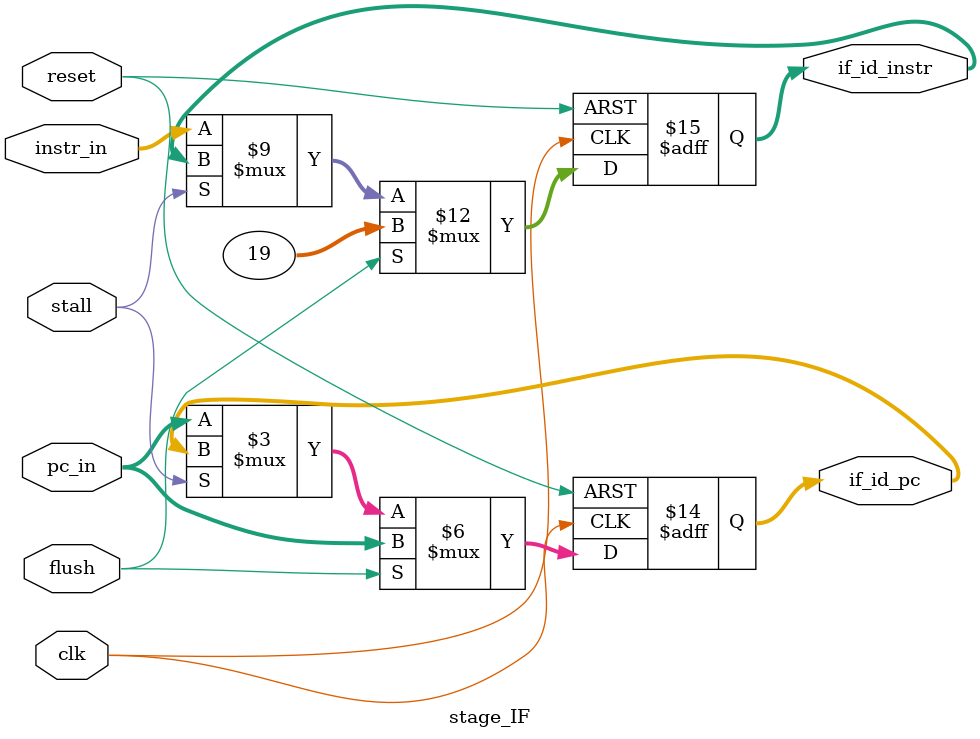
<source format=v>
module stage_IF(
	input clk, reset,   
	input stall,          // if stall =1 then the current process is put to a hold or holds the current value
	input flush,           //  IF/ID is set to NOP so that the previous executed instruction is been flushed since its not needed. Typically used in JMP instruction
	input [31:0] pc_in,     //instruction from pc_register
	input [31:0] instr_in,    //instruction from cache memory
	
	output reg [31:0] if_id_pc,  //output of the stage_IF
	output reg [31:0] if_id_instr  //to ID stage
	
	);
	
	
	always @ (posedge clk or posedge reset)
	begin 
		if (reset) begin
			if_id_pc <= 32'd0;
			if_id_instr <= 32'h00000013;   // NOP is been set
		end
		
		else if (flush) begin
			if_id_instr <= 32'h00000013;
			if_id_pc <= pc_in;
		end
		
		else if (stall) begin
			if_id_instr <= if_id_instr;           //holds the instruction
			if_id_pc <= if_id_pc;
		end
		
		else begin
			if_id_pc <= pc_in;
			if_id_instr <= instr_in;
		end
	end
endmodule
			

</source>
